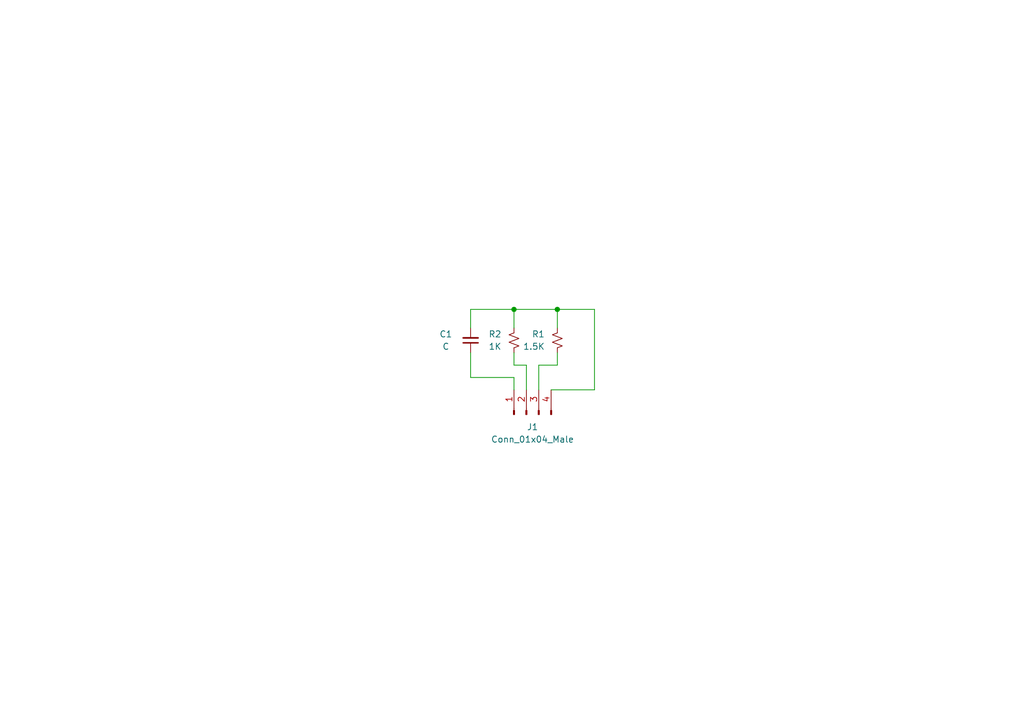
<source format=kicad_sch>
(kicad_sch (version 20211123) (generator eeschema)
  (paper "A5")
  (lib_symbols
    (symbol "Connector:Conn_01x04_Male" (pin_names (offset 1.016) hide)
      (property "Reference" "J" (at 0 5.08 0))
      (property "Value" "Conn_01x04_Male" (at 0 -7.62 0))
      (symbol "Conn_01x04_Male_1_1"
        (polyline (pts (xy 1.27 -5.08) (xy 0.8636 -5.08)) (stroke (width 0.1524)))
        (polyline (pts (xy 1.27 -2.54) (xy 0.8636 -2.54)) (stroke (width 0.1524)))
        (polyline (pts (xy 1.27 0) (xy 0.8636 0)) (stroke (width 0.1524)))
        (polyline (pts (xy 1.27 2.54) (xy 0.8636 2.54)) (stroke (width 0.1524)))
        (rectangle (start 0.8636 -4.953) (end 0 -5.207) (stroke (width 0.1524)) (fill (type outline)))
        (rectangle (start 0.8636 -2.413) (end 0 -2.667) (stroke (width 0.1524)) (fill (type outline)))
        (rectangle (start 0.8636 0.127) (end 0 -0.127) (stroke (width 0.1524)) (fill (type outline)))
        (rectangle (start 0.8636 2.667) (end 0 2.413) (stroke (width 0.1524)) (fill (type outline)))
        (pin passive line (at 5.08 2.54 180) (length 3.81) (name "Pin_1") (number "1"))
        (pin passive line (at 5.08 0 180) (length 3.81) (name "Pin_2") (number "2"))
        (pin passive line (at 5.08 -2.54 180) (length 3.81) (name "Pin_3") (number "3"))
        (pin passive line (at 5.08 -5.08 180) (length 3.81) (name "Pin_4") (number "4"))
      )
    )
    (symbol "Device:C_Small" (pin_numbers hide) (pin_names (offset 0.254) hide)
      (property "Reference" "C" (at 0.254 1.778 0))
      (property "Value" "C_Small" (at 0.254 -2.032 0))
      (symbol "C_Small_0_1"
        (polyline (pts (xy -1.524 -0.508) (xy 1.524 -0.508)) (stroke (width 0.3302)))
        (polyline (pts (xy -1.524 0.508) (xy 1.524 0.508)) (stroke (width 0.3048)))
      )
      (symbol "C_Small_1_1"
        (pin passive line (at 0 2.54 270) (length 2.032) (name "~") (number "1"))
        (pin passive line (at 0 -2.54 90) (length 2.032) (name "~") (number "2"))
      )
    )
    (symbol "Device:R_Small_US" (pin_numbers hide) (pin_names (offset 0.254) hide)
      (property "Reference" "R" (at 0.762 0.508 0))
      (property "Value" "R_Small_US" (at 0.762 -1.016 0))
      (symbol "R_Small_US_1_1"
        (polyline (pts (xy 0 0) (xy 1.016 -0.381) (xy 0 -0.762) (xy -1.016 -1.143) (xy 0 -1.524)))
        (polyline (pts (xy 0 1.524) (xy 1.016 1.143) (xy 0 0.762) (xy -1.016 0.381) (xy 0 0)))
        (pin passive line (at 0 2.54 270) (length 1.016) (name "~") (number "1"))
        (pin passive line (at 0 -2.54 90) (length 1.016) (name "~") (number "2"))
      )
    )
  )
  (junction (at 114.3 63.5))
  (junction (at 105.41 63.5))
  (wire (pts (xy 107.95 74.93) (xy 107.95 80.01)))
  (wire (pts (xy 114.3 63.5) (xy 114.3 67.31)))
  (wire (pts (xy 121.92 80.01) (xy 121.92 63.5)))
  (wire (pts (xy 96.52 77.47) (xy 105.41 77.47)))
  (wire (pts (xy 105.41 63.5) (xy 114.3 63.5)))
  (wire (pts (xy 96.52 67.31) (xy 96.52 63.5)))
  (wire (pts (xy 105.41 72.39) (xy 105.41 74.93)))
  (wire (pts (xy 105.41 77.47) (xy 105.41 80.01)))
  (wire (pts (xy 105.41 74.93) (xy 107.95 74.93)))
  (wire (pts (xy 121.92 63.5) (xy 114.3 63.5)))
  (wire (pts (xy 105.41 67.31) (xy 105.41 63.5)))
  (wire (pts (xy 113.03 80.01) (xy 121.92 80.01)))
  (wire (pts (xy 96.52 72.39) (xy 96.52 77.47)))
  (wire (pts (xy 110.49 74.93) (xy 110.49 80.01)))
  (wire (pts (xy 114.3 74.93) (xy 110.49 74.93)))
  (wire (pts (xy 96.52 63.5) (xy 105.41 63.5)))
  (wire (pts (xy 114.3 72.39) (xy 114.3 74.93)))
  (symbol (lib_id "Device:R_Small_US") (at 105.41 69.85 0) (mirror x) (unit 1)
    (property "Reference" "R2" (at 102.87 68.5799 0) (effects (justify right)))
    (property "Value" "1K" (at 102.87 71.1199 0) (effects (justify right)))
    (property "Footprint" "Resistor_SMD:R_0201_0603Metric" (effects hide))
  )
  (symbol (lib_id "Device:R_Small_US") (at 114.3 69.85 0) (mirror x) (unit 1)
    (property "Reference" "R1" (at 111.76 68.5799 0) (effects (justify right)))
    (property "Value" "1.5K" (at 111.76 71.1199 0) (effects (justify right)))
    (property "Footprint" "Resistor_SMD:R_0201_0603Metric" (effects hide))
  )
  (symbol (lib_id "Connector:Conn_01x04_Male") (at 107.95 85.09 90) (unit 1)
    (property "Reference" "J1" (at 109.22 87.63 90))
    (property "Value" "Conn_01x04_Male" (at 109.22 90.17 90))
  )
  (symbol (lib_id "Device:C_Small") (at 96.52 69.85 180) (unit 1)
    (property "Reference" "C1" (at 91.44 68.58 0))
    (property "Value" "C" (at 91.44 71.12 0))
  )
)
</source>
